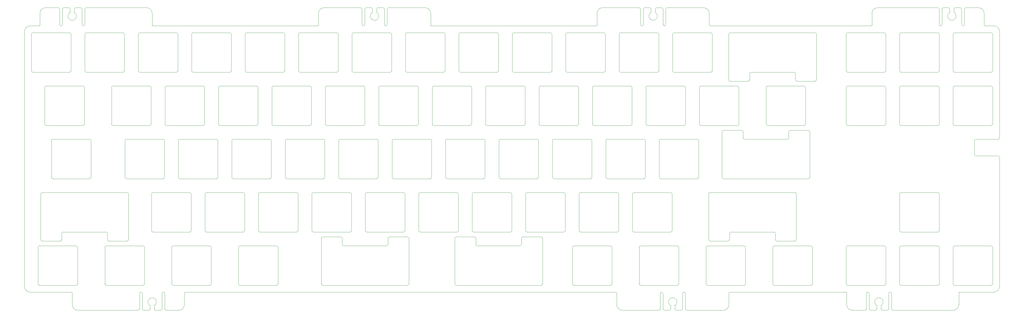
<source format=gbr>
%TF.GenerationSoftware,KiCad,Pcbnew,7.0.10*%
%TF.CreationDate,2024-04-23T22:37:38+02:00*%
%TF.ProjectId,plate,706c6174-652e-46b6-9963-61645f706362,rev?*%
%TF.SameCoordinates,Original*%
%TF.FileFunction,Profile,NP*%
%FSLAX46Y46*%
G04 Gerber Fmt 4.6, Leading zero omitted, Abs format (unit mm)*
G04 Created by KiCad (PCBNEW 7.0.10) date 2024-04-23 22:37:38*
%MOMM*%
%LPD*%
G01*
G04 APERTURE LIST*
%TA.AperFunction,Profile*%
%ADD10C,0.100000*%
%TD*%
G04 APERTURE END LIST*
D10*
X256612500Y-44000000D02*
X258362500Y-44000000D01*
X383112500Y-97500000D02*
G75*
G03*
X382612500Y-97000000I-500000J0D01*
G01*
X383112500Y-97500000D02*
X383112500Y-143700000D01*
X163800000Y-44500000D02*
G75*
G03*
X163300000Y-44000000I-500000J0D01*
G01*
X365362500Y-45700000D02*
G75*
G03*
X366862500Y-45700000I750000J-1300000D01*
G01*
X161050000Y-45700000D02*
X161050000Y-44500000D01*
X258862500Y-45700000D02*
G75*
G03*
X260362500Y-45700000I750000J-1300000D01*
G01*
X270612500Y-145700000D02*
X270612500Y-145700000D01*
X366612500Y-152200000D02*
X345112500Y-152200000D01*
X246612500Y-146000000D02*
G75*
G03*
X246312500Y-145700000I-300000J0D01*
G01*
X263612500Y-50500000D02*
G75*
G03*
X264112500Y-50000000I0J500000D01*
G01*
X279612500Y-50200000D02*
G75*
G03*
X279912500Y-50500000I300000J0D01*
G01*
X369612500Y-44500000D02*
G75*
G03*
X369112500Y-44000000I-500000J0D01*
G01*
X85500000Y-146200000D02*
G75*
G03*
X85000000Y-145700000I-500000J0D01*
G01*
X81750000Y-150500000D02*
X81750000Y-151700000D01*
X264112500Y-50000000D02*
X264112500Y-44500000D01*
X374112500Y-96500000D02*
X374112500Y-91500000D01*
X52500000Y-150200000D02*
G75*
G03*
X54500000Y-152200000I2000000J0D01*
G01*
X90500000Y-152200000D02*
G75*
G03*
X92500000Y-150200000I0J2000000D01*
G01*
X80250000Y-150500000D02*
X80250000Y-151700000D01*
X382612500Y-97000000D02*
X374612500Y-97000000D01*
X262612500Y-145700000D02*
G75*
G03*
X262112500Y-146200000I0J-500000D01*
G01*
X263112500Y-44500000D02*
G75*
G03*
X262612500Y-44000000I-500000J0D01*
G01*
X340862500Y-150500000D02*
X340862500Y-151700000D01*
X79750000Y-152200000D02*
X78000000Y-152200000D01*
X344612500Y-146200000D02*
X344612500Y-151700000D01*
X52200000Y-145700000D02*
X37500000Y-145700000D01*
X261612500Y-152200000D02*
G75*
G03*
X262112500Y-151700000I0J500000D01*
G01*
X368912500Y-145700000D02*
G75*
G03*
X368612500Y-146000000I0J-300000D01*
G01*
X365362500Y-44500000D02*
G75*
G03*
X364862500Y-44000000I-500000J0D01*
G01*
X340862500Y-150500000D02*
G75*
G03*
X339362500Y-150500000I-750000J1300000D01*
G01*
X180600000Y-50500000D02*
X239312500Y-50500000D01*
X338862500Y-152200000D02*
G75*
G03*
X339362500Y-151700000I0J500000D01*
G01*
X165300000Y-44000000D02*
X178300000Y-44000000D01*
X267362500Y-150500000D02*
G75*
G03*
X265862500Y-150500000I-750000J1300000D01*
G01*
X79750000Y-152200000D02*
G75*
G03*
X80250000Y-151700000I0J500000D01*
G01*
X48000000Y-44500000D02*
G75*
G03*
X47500000Y-44000000I-500000J0D01*
G01*
X264612500Y-44000000D02*
G75*
G03*
X264112500Y-44500000I0J-500000D01*
G01*
X85500000Y-151700000D02*
G75*
G03*
X86000000Y-152200000I500000J0D01*
G01*
X265362500Y-152200000D02*
G75*
G03*
X265862500Y-151700000I0J500000D01*
G01*
X370612500Y-50000000D02*
X370612500Y-44500000D01*
X57500000Y-44000000D02*
G75*
G03*
X57000000Y-44500000I0J-500000D01*
G01*
X370112500Y-50500000D02*
G75*
G03*
X370612500Y-50000000I0J500000D01*
G01*
X246612500Y-150200000D02*
G75*
G03*
X248612500Y-152200000I2000000J0D01*
G01*
X255112500Y-50000000D02*
G75*
G03*
X255612500Y-50500000I500000J0D01*
G01*
X159550000Y-45700000D02*
G75*
G03*
X161050000Y-45700000I750000J-1300000D01*
G01*
X340862500Y-151700000D02*
G75*
G03*
X341362500Y-152200000I500000J0D01*
G01*
X337612500Y-50200000D02*
X337612500Y-46000000D01*
X157300000Y-44000000D02*
X159050000Y-44000000D01*
X343612500Y-146200000D02*
X343612500Y-151700000D01*
X77000000Y-145700000D02*
G75*
G03*
X76500000Y-146200000I0J-500000D01*
G01*
X51750000Y-45700000D02*
G75*
G03*
X53250000Y-45700000I750000J-1300000D01*
G01*
X161550000Y-44000000D02*
X163300000Y-44000000D01*
X365362500Y-45700000D02*
X365362500Y-44500000D01*
X377612500Y-50200000D02*
G75*
G03*
X377912500Y-50500000I300000J0D01*
G01*
X164800000Y-50000000D02*
X164800000Y-44500000D01*
X56500000Y-50500000D02*
G75*
G03*
X57000000Y-50000000I0J500000D01*
G01*
X37500000Y-50500000D02*
G75*
G03*
X35500000Y-52500000I0J-2000000D01*
G01*
X344112500Y-145700000D02*
G75*
G03*
X343612500Y-146200000I0J-500000D01*
G01*
X383112500Y-52500000D02*
G75*
G03*
X381112500Y-50500000I-2000000J0D01*
G01*
X337312500Y-50500000D02*
G75*
G03*
X337612500Y-50200000I0J300000D01*
G01*
X338862500Y-152200000D02*
X337112500Y-152200000D01*
X336612500Y-146200000D02*
G75*
G03*
X336112500Y-145700000I-500000J0D01*
G01*
X258862500Y-44500000D02*
G75*
G03*
X258362500Y-44000000I-500000J0D01*
G01*
X343112500Y-152200000D02*
X341362500Y-152200000D01*
X260862500Y-44000000D02*
G75*
G03*
X260362500Y-44500000I0J-500000D01*
G01*
X164300000Y-50500000D02*
X164300000Y-50500000D01*
X239612500Y-50200000D02*
X239612500Y-46000000D01*
X40700000Y-50500000D02*
G75*
G03*
X41000000Y-50200000I0J300000D01*
G01*
X271112500Y-151700000D02*
G75*
G03*
X271612500Y-152200000I500000J0D01*
G01*
X157300000Y-44000000D02*
G75*
G03*
X156800000Y-44500000I0J-500000D01*
G01*
X377612500Y-46000000D02*
G75*
G03*
X375612500Y-44000000I-2000000J0D01*
G01*
X56000000Y-50000000D02*
G75*
G03*
X56500000Y-50500000I500000J0D01*
G01*
X51750000Y-45700000D02*
X51750000Y-44500000D01*
X271112500Y-146200000D02*
X271112500Y-151700000D01*
X263112500Y-50000000D02*
G75*
G03*
X263612500Y-50500000I500000J0D01*
G01*
X263112500Y-146200000D02*
G75*
G03*
X262612500Y-145700000I-500000J0D01*
G01*
X269612500Y-152200000D02*
G75*
G03*
X270112500Y-151700000I0J500000D01*
G01*
X363112500Y-44000000D02*
X364862500Y-44000000D01*
X279612500Y-46000000D02*
X279612500Y-50200000D01*
X76000000Y-152200000D02*
G75*
G03*
X76500000Y-151700000I0J500000D01*
G01*
X361612500Y-50000000D02*
G75*
G03*
X362112500Y-50500000I500000J0D01*
G01*
X367362500Y-44000000D02*
G75*
G03*
X366862500Y-44500000I0J-500000D01*
G01*
X265362500Y-152200000D02*
X263612500Y-152200000D01*
X344112500Y-145700000D02*
X344112500Y-145700000D01*
X367362500Y-44000000D02*
X369112500Y-44000000D01*
X81000000Y-50200000D02*
G75*
G03*
X81300000Y-50500000I300000J0D01*
G01*
X81750000Y-150500000D02*
G75*
G03*
X80250000Y-150500000I-750000J1300000D01*
G01*
X377912500Y-50500000D02*
X381112500Y-50500000D01*
X48000000Y-50000000D02*
G75*
G03*
X48500000Y-50500000I500000J0D01*
G01*
X84000000Y-152200000D02*
X82250000Y-152200000D01*
X369612500Y-50000000D02*
G75*
G03*
X370112500Y-50500000I500000J0D01*
G01*
X382612500Y-91000000D02*
G75*
G03*
X383112500Y-90500000I0J500000D01*
G01*
X286912500Y-145700000D02*
G75*
G03*
X286612500Y-146000000I0J-300000D01*
G01*
X335112500Y-152200000D02*
G75*
G03*
X335612500Y-151700000I0J500000D01*
G01*
X255112500Y-50000000D02*
X255112500Y-44500000D01*
X260862500Y-44000000D02*
X262612500Y-44000000D01*
X155800000Y-44500000D02*
G75*
G03*
X155300000Y-44000000I-500000J0D01*
G01*
X328312500Y-145700000D02*
X286912500Y-145700000D01*
X76000000Y-152200000D02*
X54500000Y-152200000D01*
X49500000Y-44000000D02*
G75*
G03*
X49000000Y-44500000I0J-500000D01*
G01*
X180300000Y-46000000D02*
X180300000Y-50200000D01*
X335112500Y-152200000D02*
X330612500Y-152200000D01*
X328612500Y-146000000D02*
G75*
G03*
X328312500Y-145700000I-300000J0D01*
G01*
X57000000Y-50000000D02*
X57000000Y-44500000D01*
X159550000Y-45700000D02*
X159550000Y-44500000D01*
X362112500Y-50500000D02*
G75*
G03*
X362612500Y-50000000I0J500000D01*
G01*
X246612500Y-150200000D02*
X246612500Y-146000000D01*
X81300000Y-50500000D02*
X140000000Y-50500000D01*
X261612500Y-152200000D02*
X248612500Y-152200000D01*
X156800000Y-50000000D02*
X156800000Y-44500000D01*
X361612500Y-44500000D02*
G75*
G03*
X361112500Y-44000000I-500000J0D01*
G01*
X76500000Y-146200000D02*
X76500000Y-151700000D01*
X51750000Y-44500000D02*
G75*
G03*
X51250000Y-44000000I-500000J0D01*
G01*
X142300000Y-44000000D02*
X155300000Y-44000000D01*
X246312500Y-145700000D02*
X92800000Y-145700000D01*
X377612500Y-46000000D02*
X377612500Y-50200000D01*
X81000000Y-46000000D02*
G75*
G03*
X79000000Y-44000000I-2000000J0D01*
G01*
X53750000Y-44000000D02*
X55500000Y-44000000D01*
X48000000Y-50000000D02*
X48000000Y-44500000D01*
X43000000Y-44000000D02*
G75*
G03*
X41000000Y-46000000I0J-2000000D01*
G01*
X370112500Y-50500000D02*
X370112500Y-50500000D01*
X92500000Y-146000000D02*
X92500000Y-150200000D01*
X339612500Y-44000000D02*
X361112500Y-44000000D01*
X286612500Y-146000000D02*
X286612500Y-150200000D01*
X239312500Y-50500000D02*
G75*
G03*
X239612500Y-50200000I0J300000D01*
G01*
X344612500Y-151700000D02*
G75*
G03*
X345112500Y-152200000I500000J0D01*
G01*
X81000000Y-46000000D02*
X81000000Y-50200000D01*
X81750000Y-151700000D02*
G75*
G03*
X82250000Y-152200000I500000J0D01*
G01*
X155800000Y-50000000D02*
X155800000Y-44500000D01*
X262112500Y-146200000D02*
X262112500Y-151700000D01*
X84500000Y-146200000D02*
X84500000Y-151700000D01*
X336612500Y-151700000D02*
G75*
G03*
X337112500Y-152200000I500000J0D01*
G01*
X255612500Y-50500000D02*
X255612500Y-50500000D01*
X366862500Y-45700000D02*
X366862500Y-44500000D01*
X381112500Y-145700000D02*
G75*
G03*
X383112500Y-143700000I0J2000000D01*
G01*
X264612500Y-44000000D02*
X277612500Y-44000000D01*
X371112500Y-44000000D02*
X375612500Y-44000000D01*
X279612500Y-46000000D02*
G75*
G03*
X277612500Y-44000000I-2000000J0D01*
G01*
X53250000Y-45700000D02*
X53250000Y-44500000D01*
X267362500Y-151700000D02*
G75*
G03*
X267862500Y-152200000I500000J0D01*
G01*
X336612500Y-146200000D02*
X336612500Y-151700000D01*
X41000000Y-50200000D02*
X41000000Y-46000000D01*
X52500000Y-146000000D02*
G75*
G03*
X52200000Y-145700000I-300000J0D01*
G01*
X57500000Y-44000000D02*
X79000000Y-44000000D01*
X263612500Y-50500000D02*
X263612500Y-50500000D01*
X255112500Y-44500000D02*
G75*
G03*
X254612500Y-44000000I-500000J0D01*
G01*
X284612500Y-152200000D02*
X271612500Y-152200000D01*
X48500000Y-50500000D02*
G75*
G03*
X49000000Y-50000000I0J500000D01*
G01*
X284612500Y-152200000D02*
G75*
G03*
X286612500Y-150200000I0J2000000D01*
G01*
X156300000Y-50500000D02*
G75*
G03*
X156800000Y-50000000I0J500000D01*
G01*
X43000000Y-44000000D02*
X47500000Y-44000000D01*
X260362500Y-45700000D02*
X260362500Y-44500000D01*
X159550000Y-44500000D02*
G75*
G03*
X159050000Y-44000000I-500000J0D01*
G01*
X336112500Y-145700000D02*
X336112500Y-145700000D01*
X362612500Y-50000000D02*
X362612500Y-44500000D01*
X92800000Y-145700000D02*
G75*
G03*
X92500000Y-146000000I0J-300000D01*
G01*
X52500000Y-150200000D02*
X52500000Y-146000000D01*
X77000000Y-145700000D02*
X77000000Y-145700000D01*
X37500000Y-50500000D02*
X40700000Y-50500000D01*
X140300000Y-50200000D02*
X140300000Y-46000000D01*
X374612500Y-91000000D02*
X382612500Y-91000000D01*
X140000000Y-50500000D02*
G75*
G03*
X140300000Y-50200000I0J300000D01*
G01*
X270612500Y-145700000D02*
G75*
G03*
X270112500Y-146200000I0J-500000D01*
G01*
X85000000Y-145700000D02*
X85000000Y-145700000D01*
X142300000Y-44000000D02*
G75*
G03*
X140300000Y-46000000I0J-2000000D01*
G01*
X279912500Y-50500000D02*
X337312500Y-50500000D01*
X343112500Y-152200000D02*
G75*
G03*
X343612500Y-151700000I0J500000D01*
G01*
X53750000Y-44000000D02*
G75*
G03*
X53250000Y-44500000I0J-500000D01*
G01*
X255612500Y-50500000D02*
G75*
G03*
X256112500Y-50000000I0J500000D01*
G01*
X163800000Y-50000000D02*
X163800000Y-44500000D01*
X48500000Y-50500000D02*
X48500000Y-50500000D01*
X84000000Y-152200000D02*
G75*
G03*
X84500000Y-151700000I0J500000D01*
G01*
X368612500Y-146000000D02*
X368612500Y-150200000D01*
X49500000Y-44000000D02*
X51250000Y-44000000D01*
X241612500Y-44000000D02*
G75*
G03*
X239612500Y-46000000I0J-2000000D01*
G01*
X328612500Y-146000000D02*
X328612500Y-150200000D01*
X335612500Y-146200000D02*
X335612500Y-151700000D01*
X241612500Y-44000000D02*
X254612500Y-44000000D01*
X77500000Y-146200000D02*
G75*
G03*
X77000000Y-145700000I-500000J0D01*
G01*
X270112500Y-146200000D02*
X270112500Y-151700000D01*
X336112500Y-145700000D02*
G75*
G03*
X335612500Y-146200000I0J-500000D01*
G01*
X374112500Y-96500000D02*
G75*
G03*
X374612500Y-97000000I500000J0D01*
G01*
X85000000Y-145700000D02*
G75*
G03*
X84500000Y-146200000I0J-500000D01*
G01*
X56000000Y-44500000D02*
G75*
G03*
X55500000Y-44000000I-500000J0D01*
G01*
X35500000Y-143700000D02*
X35500000Y-52500000D01*
X263112500Y-146200000D02*
X263112500Y-151700000D01*
X263112500Y-151700000D02*
G75*
G03*
X263612500Y-152200000I500000J0D01*
G01*
X328612500Y-150200000D02*
G75*
G03*
X330612500Y-152200000I2000000J0D01*
G01*
X155800000Y-50000000D02*
G75*
G03*
X156300000Y-50500000I500000J0D01*
G01*
X77500000Y-146200000D02*
X77500000Y-151700000D01*
X165300000Y-44000000D02*
G75*
G03*
X164800000Y-44500000I0J-500000D01*
G01*
X371112500Y-44000000D02*
G75*
G03*
X370612500Y-44500000I0J-500000D01*
G01*
X366612500Y-152200000D02*
G75*
G03*
X368612500Y-150200000I0J2000000D01*
G01*
X381112500Y-145700000D02*
X368912500Y-145700000D01*
X383112500Y-52500000D02*
X383112500Y-90500000D01*
X267362500Y-150500000D02*
X267362500Y-151700000D01*
X35500000Y-143700000D02*
G75*
G03*
X37500000Y-145700000I2000000J0D01*
G01*
X163800000Y-50000000D02*
G75*
G03*
X164300000Y-50500000I500000J0D01*
G01*
X361612500Y-50000000D02*
X361612500Y-44500000D01*
X263112500Y-50000000D02*
X263112500Y-44500000D01*
X269612500Y-152200000D02*
X267862500Y-152200000D01*
X369612500Y-50000000D02*
X369612500Y-44500000D01*
X258862500Y-45700000D02*
X258862500Y-44500000D01*
X362112500Y-50500000D02*
X362112500Y-50500000D01*
X156300000Y-50500000D02*
X156300000Y-50500000D01*
X344612500Y-146200000D02*
G75*
G03*
X344112500Y-145700000I-500000J0D01*
G01*
X363112500Y-44000000D02*
G75*
G03*
X362612500Y-44500000I0J-500000D01*
G01*
X49000000Y-50000000D02*
X49000000Y-44500000D01*
X374612500Y-91000000D02*
G75*
G03*
X374112500Y-91500000I0J-500000D01*
G01*
X265862500Y-150500000D02*
X265862500Y-151700000D01*
X256112500Y-50000000D02*
X256112500Y-44500000D01*
X262612500Y-145700000D02*
X262612500Y-145700000D01*
X56500000Y-50500000D02*
X56500000Y-50500000D01*
X180300000Y-46000000D02*
G75*
G03*
X178300000Y-44000000I-2000000J0D01*
G01*
X180300000Y-50200000D02*
G75*
G03*
X180600000Y-50500000I300000J0D01*
G01*
X256612500Y-44000000D02*
G75*
G03*
X256112500Y-44500000I0J-500000D01*
G01*
X164300000Y-50500000D02*
G75*
G03*
X164800000Y-50000000I0J500000D01*
G01*
X56000000Y-50000000D02*
X56000000Y-44500000D01*
X90500000Y-152200000D02*
X86000000Y-152200000D01*
X339362500Y-150500000D02*
X339362500Y-151700000D01*
X271112500Y-146200000D02*
G75*
G03*
X270612500Y-145700000I-500000J0D01*
G01*
X77500000Y-151700000D02*
G75*
G03*
X78000000Y-152200000I500000J0D01*
G01*
X85500000Y-146200000D02*
X85500000Y-151700000D01*
X161550000Y-44000000D02*
G75*
G03*
X161050000Y-44500000I0J-500000D01*
G01*
X339612500Y-44000000D02*
G75*
G03*
X337612500Y-46000000I0J-2000000D01*
G01*
%TO.C,MX63*%
X87956250Y-142750000D02*
X87956250Y-129650000D01*
X88456250Y-129150000D02*
X101556250Y-129150000D01*
X101556250Y-143250000D02*
X88456250Y-143250000D01*
X102056250Y-129650000D02*
X102056250Y-142750000D01*
X88456250Y-129150000D02*
G75*
G03*
X87956250Y-129650000I1J-500001D01*
G01*
X87956250Y-142750000D02*
G75*
G03*
X88456250Y-143250000I500001J1D01*
G01*
X102056250Y-129650000D02*
G75*
G03*
X101556250Y-129150000I-500000J0D01*
G01*
X101556250Y-143250000D02*
G75*
G03*
X102056250Y-142750000I0J500000D01*
G01*
%TO.C,MX45*%
X242737500Y-104650000D02*
X242737500Y-91550000D01*
X243237500Y-91050000D02*
X256337500Y-91050000D01*
X256337500Y-105150000D02*
X243237500Y-105150000D01*
X256837500Y-91550000D02*
X256837500Y-104650000D01*
X243237500Y-91050000D02*
G75*
G03*
X242737500Y-91550000I1J-500001D01*
G01*
X242737500Y-104650000D02*
G75*
G03*
X243237500Y-105150000I500001J1D01*
G01*
X256837500Y-91550000D02*
G75*
G03*
X256337500Y-91050000I-500000J0D01*
G01*
X256337500Y-105150000D02*
G75*
G03*
X256837500Y-104650000I0J500000D01*
G01*
%TO.C,MX27*%
X218925000Y-85600000D02*
X218925000Y-72500000D01*
X219425000Y-72000000D02*
X232525000Y-72000000D01*
X232525000Y-86100000D02*
X219425000Y-86100000D01*
X233025000Y-72500000D02*
X233025000Y-85600000D01*
X219425000Y-72000000D02*
G75*
G03*
X218925000Y-72500000I1J-500001D01*
G01*
X218925000Y-85600000D02*
G75*
G03*
X219425000Y-86100000I500001J1D01*
G01*
X233025000Y-72500000D02*
G75*
G03*
X232525000Y-72000000I-500000J0D01*
G01*
X232525000Y-86100000D02*
G75*
G03*
X233025000Y-85600000I0J500000D01*
G01*
%TO.C,MX35*%
X45093750Y-104650000D02*
X45093750Y-91550000D01*
X45593750Y-91050000D02*
X58693750Y-91050000D01*
X58693750Y-105150000D02*
X45593750Y-105150000D01*
X59193750Y-91550000D02*
X59193750Y-104650000D01*
X45593750Y-91050000D02*
G75*
G03*
X45093750Y-91550000I1J-500001D01*
G01*
X45093750Y-104650000D02*
G75*
G03*
X45593750Y-105150000I500001J1D01*
G01*
X59193750Y-91550000D02*
G75*
G03*
X58693750Y-91050000I-500000J0D01*
G01*
X58693750Y-105150000D02*
G75*
G03*
X59193750Y-104650000I0J500000D01*
G01*
%TO.C,MX13*%
X266550000Y-66550000D02*
X266550000Y-53450000D01*
X267050000Y-52950000D02*
X280150000Y-52950000D01*
X280150000Y-67050000D02*
X267050000Y-67050000D01*
X280650000Y-53450000D02*
X280650000Y-66550000D01*
X267050000Y-52950000D02*
G75*
G03*
X266550000Y-53450000I1J-500001D01*
G01*
X266550000Y-66550000D02*
G75*
G03*
X267050000Y-67050000I500001J1D01*
G01*
X280650000Y-53450000D02*
G75*
G03*
X280150000Y-52950000I-500000J0D01*
G01*
X280150000Y-67050000D02*
G75*
G03*
X280650000Y-66550000I0J500000D01*
G01*
%TO.C,MX48*%
X41256250Y-126900000D02*
X41256250Y-110600000D01*
X41756250Y-110100000D02*
X72056250Y-110100000D01*
X48256250Y-127400000D02*
X41756250Y-127400000D01*
X48756250Y-124700000D02*
X48756250Y-126900000D01*
X64556250Y-124200000D02*
X49256250Y-124200000D01*
X65056250Y-124700000D02*
X65056250Y-126900000D01*
X65556250Y-127400000D02*
X72056250Y-127400000D01*
X72556250Y-126900000D02*
X72556250Y-110600000D01*
X41756250Y-110100000D02*
G75*
G03*
X41256250Y-110600000I1J-500001D01*
G01*
X41256250Y-126900000D02*
G75*
G03*
X41756250Y-127400000I500001J1D01*
G01*
X49256250Y-124200000D02*
G75*
G03*
X48756250Y-124700000I1J-500001D01*
G01*
X48256250Y-127400000D02*
G75*
G03*
X48756250Y-126900000I-1J500001D01*
G01*
X65056250Y-124700000D02*
G75*
G03*
X64556250Y-124200000I-500000J0D01*
G01*
X65056250Y-126900000D02*
G75*
G03*
X65556250Y-127400000I500100J100D01*
G01*
X72556250Y-110600000D02*
G75*
G03*
X72056250Y-110100000I-500000J0D01*
G01*
X72056250Y-127400000D02*
G75*
G03*
X72556250Y-126900000I0J500000D01*
G01*
%TO.C,MX31*%
X299887500Y-85600000D02*
X299887500Y-72500000D01*
X300387500Y-72000000D02*
X313487500Y-72000000D01*
X313487500Y-86100000D02*
X300387500Y-86100000D01*
X313987500Y-72500000D02*
X313987500Y-85600000D01*
X300387500Y-72000000D02*
G75*
G03*
X299887500Y-72500000I1J-500001D01*
G01*
X299887500Y-85600000D02*
G75*
G03*
X300387500Y-86100000I500001J1D01*
G01*
X313987500Y-72500000D02*
G75*
G03*
X313487500Y-72000000I-500000J0D01*
G01*
X313487500Y-86100000D02*
G75*
G03*
X313987500Y-85600000I0J500000D01*
G01*
%TO.C,MX36*%
X71287500Y-104650000D02*
X71287500Y-91550000D01*
X71787500Y-91050000D02*
X84887500Y-91050000D01*
X84887500Y-105150000D02*
X71787500Y-105150000D01*
X85387500Y-91550000D02*
X85387500Y-104650000D01*
X71787500Y-91050000D02*
G75*
G03*
X71287500Y-91550000I1J-500001D01*
G01*
X71287500Y-104650000D02*
G75*
G03*
X71787500Y-105150000I500001J1D01*
G01*
X85387500Y-91550000D02*
G75*
G03*
X84887500Y-91050000I-500000J0D01*
G01*
X84887500Y-105150000D02*
G75*
G03*
X85387500Y-104650000I0J500000D01*
G01*
%TO.C,MX4*%
X95100000Y-66550000D02*
X95100000Y-53450000D01*
X95600000Y-52950000D02*
X108700000Y-52950000D01*
X108700000Y-67050000D02*
X95600000Y-67050000D01*
X109200000Y-53450000D02*
X109200000Y-66550000D01*
X95600000Y-52950000D02*
G75*
G03*
X95100000Y-53450000I1J-500001D01*
G01*
X95100000Y-66550000D02*
G75*
G03*
X95600000Y-67050000I500001J1D01*
G01*
X109200000Y-53450000D02*
G75*
G03*
X108700000Y-52950000I-500000J0D01*
G01*
X108700000Y-67050000D02*
G75*
G03*
X109200000Y-66550000I0J500000D01*
G01*
%TO.C,MX56*%
X214162500Y-123700000D02*
X214162500Y-110600000D01*
X214662500Y-110100000D02*
X227762500Y-110100000D01*
X227762500Y-124200000D02*
X214662500Y-124200000D01*
X228262500Y-110600000D02*
X228262500Y-123700000D01*
X214662500Y-110100000D02*
G75*
G03*
X214162500Y-110600000I1J-500001D01*
G01*
X214162500Y-123700000D02*
G75*
G03*
X214662500Y-124200000I500001J1D01*
G01*
X228262500Y-110600000D02*
G75*
G03*
X227762500Y-110100000I-500000J0D01*
G01*
X227762500Y-124200000D02*
G75*
G03*
X228262500Y-123700000I0J500000D01*
G01*
%TO.C,MX70*%
X302268750Y-142750000D02*
X302268750Y-129650000D01*
X302768750Y-129150000D02*
X315868750Y-129150000D01*
X315868750Y-143250000D02*
X302768750Y-143250000D01*
X316368750Y-129650000D02*
X316368750Y-142750000D01*
X302768750Y-129150000D02*
G75*
G03*
X302268750Y-129650000I1J-500001D01*
G01*
X302268750Y-142750000D02*
G75*
G03*
X302768750Y-143250000I500001J1D01*
G01*
X316368750Y-129650000D02*
G75*
G03*
X315868750Y-129150000I-500000J0D01*
G01*
X315868750Y-143250000D02*
G75*
G03*
X316368750Y-142750000I0J500000D01*
G01*
%TO.C,MX72*%
X347512500Y-142750000D02*
X347512500Y-129650000D01*
X348012500Y-129150000D02*
X361112500Y-129150000D01*
X361112500Y-143250000D02*
X348012500Y-143250000D01*
X361612500Y-129650000D02*
X361612500Y-142750000D01*
X348012500Y-129150000D02*
G75*
G03*
X347512500Y-129650000I1J-500001D01*
G01*
X347512500Y-142750000D02*
G75*
G03*
X348012500Y-143250000I500001J1D01*
G01*
X361612500Y-129650000D02*
G75*
G03*
X361112500Y-129150000I-500000J0D01*
G01*
X361112500Y-143250000D02*
G75*
G03*
X361612500Y-142750000I0J500000D01*
G01*
%TO.C,MX66*%
X220193750Y-126450000D02*
X220193750Y-142750000D01*
X219693750Y-143250000D02*
X189393750Y-143250000D01*
X213193750Y-125950000D02*
X219693750Y-125950000D01*
X212693750Y-128650000D02*
X212693750Y-126450000D01*
X196893750Y-129150000D02*
X212193750Y-129150000D01*
X196393750Y-128650000D02*
X196393750Y-126450000D01*
X195893750Y-125950000D02*
X189393750Y-125950000D01*
X188893750Y-126450000D02*
X188893750Y-142750000D01*
X219693750Y-143250000D02*
G75*
G03*
X220193750Y-142750000I-1J500001D01*
G01*
X220193750Y-126450000D02*
G75*
G03*
X219693750Y-125950000I-500001J-1D01*
G01*
X212193750Y-129150000D02*
G75*
G03*
X212693750Y-128650000I-1J500001D01*
G01*
X213193750Y-125950000D02*
G75*
G03*
X212693750Y-126450000I1J-500001D01*
G01*
X196393750Y-128650000D02*
G75*
G03*
X196893750Y-129150000I500000J0D01*
G01*
X196393750Y-126450000D02*
G75*
G03*
X195893750Y-125950000I-500100J-100D01*
G01*
X188893750Y-142750000D02*
G75*
G03*
X189393750Y-143250000I500000J0D01*
G01*
X189393750Y-125950000D02*
G75*
G03*
X188893750Y-126450000I0J-500000D01*
G01*
%TO.C,MX46*%
X261787500Y-104650000D02*
X261787500Y-91550000D01*
X262287500Y-91050000D02*
X275387500Y-91050000D01*
X275387500Y-105150000D02*
X262287500Y-105150000D01*
X275887500Y-91550000D02*
X275887500Y-104650000D01*
X262287500Y-91050000D02*
G75*
G03*
X261787500Y-91550000I1J-500001D01*
G01*
X261787500Y-104650000D02*
G75*
G03*
X262287500Y-105150000I500001J1D01*
G01*
X275887500Y-91550000D02*
G75*
G03*
X275387500Y-91050000I-500000J0D01*
G01*
X275387500Y-105150000D02*
G75*
G03*
X275887500Y-104650000I0J500000D01*
G01*
%TO.C,MX49*%
X80812500Y-123700000D02*
X80812500Y-110600000D01*
X81312500Y-110100000D02*
X94412500Y-110100000D01*
X94412500Y-124200000D02*
X81312500Y-124200000D01*
X94912500Y-110600000D02*
X94912500Y-123700000D01*
X81312500Y-110100000D02*
G75*
G03*
X80812500Y-110600000I1J-500001D01*
G01*
X80812500Y-123700000D02*
G75*
G03*
X81312500Y-124200000I500001J1D01*
G01*
X94912500Y-110600000D02*
G75*
G03*
X94412500Y-110100000I-500000J0D01*
G01*
X94412500Y-124200000D02*
G75*
G03*
X94912500Y-123700000I0J500000D01*
G01*
%TO.C,MX3*%
X76050000Y-66550000D02*
X76050000Y-53450000D01*
X76550000Y-52950000D02*
X89650000Y-52950000D01*
X89650000Y-67050000D02*
X76550000Y-67050000D01*
X90150000Y-53450000D02*
X90150000Y-66550000D01*
X76550000Y-52950000D02*
G75*
G03*
X76050000Y-53450000I1J-500001D01*
G01*
X76050000Y-66550000D02*
G75*
G03*
X76550000Y-67050000I500001J1D01*
G01*
X90150000Y-53450000D02*
G75*
G03*
X89650000Y-52950000I-500000J0D01*
G01*
X89650000Y-67050000D02*
G75*
G03*
X90150000Y-66550000I0J500000D01*
G01*
%TO.C,MX54*%
X176062500Y-123700000D02*
X176062500Y-110600000D01*
X176562500Y-110100000D02*
X189662500Y-110100000D01*
X189662500Y-124200000D02*
X176562500Y-124200000D01*
X190162500Y-110600000D02*
X190162500Y-123700000D01*
X176562500Y-110100000D02*
G75*
G03*
X176062500Y-110600000I1J-500001D01*
G01*
X176062500Y-123700000D02*
G75*
G03*
X176562500Y-124200000I500001J1D01*
G01*
X190162500Y-110600000D02*
G75*
G03*
X189662500Y-110100000I-500000J0D01*
G01*
X189662500Y-124200000D02*
G75*
G03*
X190162500Y-123700000I0J500000D01*
G01*
%TO.C,MX38*%
X109387500Y-104650000D02*
X109387500Y-91550000D01*
X109887500Y-91050000D02*
X122987500Y-91050000D01*
X122987500Y-105150000D02*
X109887500Y-105150000D01*
X123487500Y-91550000D02*
X123487500Y-104650000D01*
X109887500Y-91050000D02*
G75*
G03*
X109387500Y-91550000I1J-500001D01*
G01*
X109387500Y-104650000D02*
G75*
G03*
X109887500Y-105150000I500001J1D01*
G01*
X123487500Y-91550000D02*
G75*
G03*
X122987500Y-91050000I-500000J0D01*
G01*
X122987500Y-105150000D02*
G75*
G03*
X123487500Y-104650000I0J500000D01*
G01*
%TO.C,MX25*%
X180825000Y-85600000D02*
X180825000Y-72500000D01*
X181325000Y-72000000D02*
X194425000Y-72000000D01*
X194425000Y-86100000D02*
X181325000Y-86100000D01*
X194925000Y-72500000D02*
X194925000Y-85600000D01*
X181325000Y-72000000D02*
G75*
G03*
X180825000Y-72500000I1J-500001D01*
G01*
X180825000Y-85600000D02*
G75*
G03*
X181325000Y-86100000I500001J1D01*
G01*
X194925000Y-72500000D02*
G75*
G03*
X194425000Y-72000000I-500000J0D01*
G01*
X194425000Y-86100000D02*
G75*
G03*
X194925000Y-85600000I0J500000D01*
G01*
%TO.C,MX26*%
X199875000Y-85600000D02*
X199875000Y-72500000D01*
X200375000Y-72000000D02*
X213475000Y-72000000D01*
X213475000Y-86100000D02*
X200375000Y-86100000D01*
X213975000Y-72500000D02*
X213975000Y-85600000D01*
X200375000Y-72000000D02*
G75*
G03*
X199875000Y-72500000I1J-500001D01*
G01*
X199875000Y-85600000D02*
G75*
G03*
X200375000Y-86100000I500001J1D01*
G01*
X213975000Y-72500000D02*
G75*
G03*
X213475000Y-72000000I-500000J0D01*
G01*
X213475000Y-86100000D02*
G75*
G03*
X213975000Y-85600000I0J500000D01*
G01*
%TO.C,MX71*%
X328462500Y-142750000D02*
X328462500Y-129650000D01*
X328962500Y-129150000D02*
X342062500Y-129150000D01*
X342062500Y-143250000D02*
X328962500Y-143250000D01*
X342562500Y-129650000D02*
X342562500Y-142750000D01*
X328962500Y-129150000D02*
G75*
G03*
X328462500Y-129650000I1J-500001D01*
G01*
X328462500Y-142750000D02*
G75*
G03*
X328962500Y-143250000I500001J1D01*
G01*
X342562500Y-129650000D02*
G75*
G03*
X342062500Y-129150000I-500000J0D01*
G01*
X342062500Y-143250000D02*
G75*
G03*
X342562500Y-142750000I0J500000D01*
G01*
%TO.C,MX67*%
X230831250Y-142750000D02*
X230831250Y-129650000D01*
X231331250Y-129150000D02*
X244431250Y-129150000D01*
X244431250Y-143250000D02*
X231331250Y-143250000D01*
X244931250Y-129650000D02*
X244931250Y-142750000D01*
X231331250Y-129150000D02*
G75*
G03*
X230831250Y-129650000I1J-500001D01*
G01*
X230831250Y-142750000D02*
G75*
G03*
X231331250Y-143250000I500001J1D01*
G01*
X244931250Y-129650000D02*
G75*
G03*
X244431250Y-129150000I-500000J0D01*
G01*
X244431250Y-143250000D02*
G75*
G03*
X244931250Y-142750000I0J500000D01*
G01*
%TO.C,MX58*%
X252262500Y-123700000D02*
X252262500Y-110600000D01*
X252762500Y-110100000D02*
X265862500Y-110100000D01*
X265862500Y-124200000D02*
X252762500Y-124200000D01*
X266362500Y-110600000D02*
X266362500Y-123700000D01*
X252762500Y-110100000D02*
G75*
G03*
X252262500Y-110600000I1J-500001D01*
G01*
X252262500Y-123700000D02*
G75*
G03*
X252762500Y-124200000I500001J1D01*
G01*
X266362500Y-110600000D02*
G75*
G03*
X265862500Y-110100000I-500000J0D01*
G01*
X265862500Y-124200000D02*
G75*
G03*
X266362500Y-123700000I0J500000D01*
G01*
%TO.C,MX47*%
X315443750Y-88350000D02*
X315443750Y-104650000D01*
X314943750Y-105150000D02*
X284643750Y-105150000D01*
X308443750Y-87850000D02*
X314943750Y-87850000D01*
X307943750Y-90550000D02*
X307943750Y-88350000D01*
X292143750Y-91050000D02*
X307443750Y-91050000D01*
X291643750Y-90550000D02*
X291643750Y-88350000D01*
X291143750Y-87850000D02*
X284643750Y-87850000D01*
X284143750Y-88350000D02*
X284143750Y-104650000D01*
X314943750Y-105150000D02*
G75*
G03*
X315443750Y-104650000I-1J500001D01*
G01*
X315443750Y-88350000D02*
G75*
G03*
X314943750Y-87850000I-500001J-1D01*
G01*
X307443750Y-91050000D02*
G75*
G03*
X307943750Y-90550000I-1J500001D01*
G01*
X308443750Y-87850000D02*
G75*
G03*
X307943750Y-88350000I1J-500001D01*
G01*
X291643750Y-90550000D02*
G75*
G03*
X292143750Y-91050000I500000J0D01*
G01*
X291643750Y-88350000D02*
G75*
G03*
X291143750Y-87850000I-500100J-100D01*
G01*
X284143750Y-104650000D02*
G75*
G03*
X284643750Y-105150000I500000J0D01*
G01*
X284643750Y-87850000D02*
G75*
G03*
X284143750Y-88350000I0J-500000D01*
G01*
%TO.C,MX44*%
X223687500Y-104650000D02*
X223687500Y-91550000D01*
X224187500Y-91050000D02*
X237287500Y-91050000D01*
X237287500Y-105150000D02*
X224187500Y-105150000D01*
X237787500Y-91550000D02*
X237787500Y-104650000D01*
X224187500Y-91050000D02*
G75*
G03*
X223687500Y-91550000I1J-500001D01*
G01*
X223687500Y-104650000D02*
G75*
G03*
X224187500Y-105150000I500001J1D01*
G01*
X237787500Y-91550000D02*
G75*
G03*
X237287500Y-91050000I-500000J0D01*
G01*
X237287500Y-105150000D02*
G75*
G03*
X237787500Y-104650000I0J500000D01*
G01*
%TO.C,MX29*%
X257025000Y-85600000D02*
X257025000Y-72500000D01*
X257525000Y-72000000D02*
X270625000Y-72000000D01*
X270625000Y-86100000D02*
X257525000Y-86100000D01*
X271125000Y-72500000D02*
X271125000Y-85600000D01*
X257525000Y-72000000D02*
G75*
G03*
X257025000Y-72500000I1J-500001D01*
G01*
X257025000Y-85600000D02*
G75*
G03*
X257525000Y-86100000I500001J1D01*
G01*
X271125000Y-72500000D02*
G75*
G03*
X270625000Y-72000000I-500000J0D01*
G01*
X270625000Y-86100000D02*
G75*
G03*
X271125000Y-85600000I0J500000D01*
G01*
%TO.C,MX15*%
X328462500Y-66550000D02*
X328462500Y-53450000D01*
X328962500Y-52950000D02*
X342062500Y-52950000D01*
X342062500Y-67050000D02*
X328962500Y-67050000D01*
X342562500Y-53450000D02*
X342562500Y-66550000D01*
X328962500Y-52950000D02*
G75*
G03*
X328462500Y-53450000I1J-500001D01*
G01*
X328462500Y-66550000D02*
G75*
G03*
X328962500Y-67050000I500001J1D01*
G01*
X342562500Y-53450000D02*
G75*
G03*
X342062500Y-52950000I-500000J0D01*
G01*
X342062500Y-67050000D02*
G75*
G03*
X342562500Y-66550000I0J500000D01*
G01*
%TO.C,MX40*%
X147487500Y-104650000D02*
X147487500Y-91550000D01*
X147987500Y-91050000D02*
X161087500Y-91050000D01*
X161087500Y-105150000D02*
X147987500Y-105150000D01*
X161587500Y-91550000D02*
X161587500Y-104650000D01*
X147987500Y-91050000D02*
G75*
G03*
X147487500Y-91550000I1J-500001D01*
G01*
X147487500Y-104650000D02*
G75*
G03*
X147987500Y-105150000I500001J1D01*
G01*
X161587500Y-91550000D02*
G75*
G03*
X161087500Y-91050000I-500000J0D01*
G01*
X161087500Y-105150000D02*
G75*
G03*
X161587500Y-104650000I0J500000D01*
G01*
%TO.C,MX18*%
X42712500Y-85600000D02*
X42712500Y-72500000D01*
X43212500Y-72000000D02*
X56312500Y-72000000D01*
X56312500Y-86100000D02*
X43212500Y-86100000D01*
X56812500Y-72500000D02*
X56812500Y-85600000D01*
X43212500Y-72000000D02*
G75*
G03*
X42712500Y-72500000I1J-500001D01*
G01*
X42712500Y-85600000D02*
G75*
G03*
X43212500Y-86100000I500001J1D01*
G01*
X56812500Y-72500000D02*
G75*
G03*
X56312500Y-72000000I-500000J0D01*
G01*
X56312500Y-86100000D02*
G75*
G03*
X56812500Y-85600000I0J500000D01*
G01*
%TO.C,MX55*%
X195112500Y-123700000D02*
X195112500Y-110600000D01*
X195612500Y-110100000D02*
X208712500Y-110100000D01*
X208712500Y-124200000D02*
X195612500Y-124200000D01*
X209212500Y-110600000D02*
X209212500Y-123700000D01*
X195612500Y-110100000D02*
G75*
G03*
X195112500Y-110600000I1J-500001D01*
G01*
X195112500Y-123700000D02*
G75*
G03*
X195612500Y-124200000I500001J1D01*
G01*
X209212500Y-110600000D02*
G75*
G03*
X208712500Y-110100000I-500000J0D01*
G01*
X208712500Y-124200000D02*
G75*
G03*
X209212500Y-123700000I0J500000D01*
G01*
%TO.C,MX69*%
X278456250Y-142750000D02*
X278456250Y-129650000D01*
X278956250Y-129150000D02*
X292056250Y-129150000D01*
X292056250Y-143250000D02*
X278956250Y-143250000D01*
X292556250Y-129650000D02*
X292556250Y-142750000D01*
X278956250Y-129150000D02*
G75*
G03*
X278456250Y-129650000I1J-500001D01*
G01*
X278456250Y-142750000D02*
G75*
G03*
X278956250Y-143250000I500001J1D01*
G01*
X292556250Y-129650000D02*
G75*
G03*
X292056250Y-129150000I-500000J0D01*
G01*
X292056250Y-143250000D02*
G75*
G03*
X292556250Y-142750000I0J500000D01*
G01*
%TO.C,MX52*%
X137962500Y-123700000D02*
X137962500Y-110600000D01*
X138462500Y-110100000D02*
X151562500Y-110100000D01*
X151562500Y-124200000D02*
X138462500Y-124200000D01*
X152062500Y-110600000D02*
X152062500Y-123700000D01*
X138462500Y-110100000D02*
G75*
G03*
X137962500Y-110600000I1J-500001D01*
G01*
X137962500Y-123700000D02*
G75*
G03*
X138462500Y-124200000I500001J1D01*
G01*
X152062500Y-110600000D02*
G75*
G03*
X151562500Y-110100000I-500000J0D01*
G01*
X151562500Y-124200000D02*
G75*
G03*
X152062500Y-123700000I0J500000D01*
G01*
%TO.C,MX43*%
X204637500Y-104650000D02*
X204637500Y-91550000D01*
X205137500Y-91050000D02*
X218237500Y-91050000D01*
X218237500Y-105150000D02*
X205137500Y-105150000D01*
X218737500Y-91550000D02*
X218737500Y-104650000D01*
X205137500Y-91050000D02*
G75*
G03*
X204637500Y-91550000I1J-500001D01*
G01*
X204637500Y-104650000D02*
G75*
G03*
X205137500Y-105150000I500001J1D01*
G01*
X218737500Y-91550000D02*
G75*
G03*
X218237500Y-91050000I-500000J0D01*
G01*
X218237500Y-105150000D02*
G75*
G03*
X218737500Y-104650000I0J500000D01*
G01*
%TO.C,MX33*%
X347512500Y-85600000D02*
X347512500Y-72500000D01*
X348012500Y-72000000D02*
X361112500Y-72000000D01*
X361112500Y-86100000D02*
X348012500Y-86100000D01*
X361612500Y-72500000D02*
X361612500Y-85600000D01*
X348012500Y-72000000D02*
G75*
G03*
X347512500Y-72500000I1J-500001D01*
G01*
X347512500Y-85600000D02*
G75*
G03*
X348012500Y-86100000I500001J1D01*
G01*
X361612500Y-72500000D02*
G75*
G03*
X361112500Y-72000000I-500000J0D01*
G01*
X361112500Y-86100000D02*
G75*
G03*
X361612500Y-85600000I0J500000D01*
G01*
%TO.C,MX7*%
X152250000Y-66550000D02*
X152250000Y-53450000D01*
X152750000Y-52950000D02*
X165850000Y-52950000D01*
X165850000Y-67050000D02*
X152750000Y-67050000D01*
X166350000Y-53450000D02*
X166350000Y-66550000D01*
X152750000Y-52950000D02*
G75*
G03*
X152250000Y-53450000I1J-500001D01*
G01*
X152250000Y-66550000D02*
G75*
G03*
X152750000Y-67050000I500001J1D01*
G01*
X166350000Y-53450000D02*
G75*
G03*
X165850000Y-52950000I-500000J0D01*
G01*
X165850000Y-67050000D02*
G75*
G03*
X166350000Y-66550000I0J500000D01*
G01*
%TO.C,MX23*%
X142725000Y-85600000D02*
X142725000Y-72500000D01*
X143225000Y-72000000D02*
X156325000Y-72000000D01*
X156325000Y-86100000D02*
X143225000Y-86100000D01*
X156825000Y-72500000D02*
X156825000Y-85600000D01*
X143225000Y-72000000D02*
G75*
G03*
X142725000Y-72500000I1J-500001D01*
G01*
X142725000Y-85600000D02*
G75*
G03*
X143225000Y-86100000I500001J1D01*
G01*
X156825000Y-72500000D02*
G75*
G03*
X156325000Y-72000000I-500000J0D01*
G01*
X156325000Y-86100000D02*
G75*
G03*
X156825000Y-85600000I0J500000D01*
G01*
%TO.C,MX37*%
X90337500Y-104650000D02*
X90337500Y-91550000D01*
X90837500Y-91050000D02*
X103937500Y-91050000D01*
X103937500Y-105150000D02*
X90837500Y-105150000D01*
X104437500Y-91550000D02*
X104437500Y-104650000D01*
X90837500Y-91050000D02*
G75*
G03*
X90337500Y-91550000I1J-500001D01*
G01*
X90337500Y-104650000D02*
G75*
G03*
X90837500Y-105150000I500001J1D01*
G01*
X104437500Y-91550000D02*
G75*
G03*
X103937500Y-91050000I-500000J0D01*
G01*
X103937500Y-105150000D02*
G75*
G03*
X104437500Y-104650000I0J500000D01*
G01*
%TO.C,MX8*%
X171300000Y-66550000D02*
X171300000Y-53450000D01*
X171800000Y-52950000D02*
X184900000Y-52950000D01*
X184900000Y-67050000D02*
X171800000Y-67050000D01*
X185400000Y-53450000D02*
X185400000Y-66550000D01*
X171800000Y-52950000D02*
G75*
G03*
X171300000Y-53450000I1J-500001D01*
G01*
X171300000Y-66550000D02*
G75*
G03*
X171800000Y-67050000I500001J1D01*
G01*
X185400000Y-53450000D02*
G75*
G03*
X184900000Y-52950000I-500000J0D01*
G01*
X184900000Y-67050000D02*
G75*
G03*
X185400000Y-66550000I0J500000D01*
G01*
%TO.C,MX73*%
X366562500Y-142750000D02*
X366562500Y-129650000D01*
X367062500Y-129150000D02*
X380162500Y-129150000D01*
X380162500Y-143250000D02*
X367062500Y-143250000D01*
X380662500Y-129650000D02*
X380662500Y-142750000D01*
X367062500Y-129150000D02*
G75*
G03*
X366562500Y-129650000I1J-500001D01*
G01*
X366562500Y-142750000D02*
G75*
G03*
X367062500Y-143250000I500001J1D01*
G01*
X380662500Y-129650000D02*
G75*
G03*
X380162500Y-129150000I-500000J0D01*
G01*
X380162500Y-143250000D02*
G75*
G03*
X380662500Y-142750000I0J500000D01*
G01*
%TO.C,MX9*%
X190350000Y-66550000D02*
X190350000Y-53450000D01*
X190850000Y-52950000D02*
X203950000Y-52950000D01*
X203950000Y-67050000D02*
X190850000Y-67050000D01*
X204450000Y-53450000D02*
X204450000Y-66550000D01*
X190850000Y-52950000D02*
G75*
G03*
X190350000Y-53450000I1J-500001D01*
G01*
X190350000Y-66550000D02*
G75*
G03*
X190850000Y-67050000I500001J1D01*
G01*
X204450000Y-53450000D02*
G75*
G03*
X203950000Y-52950000I-500000J0D01*
G01*
X203950000Y-67050000D02*
G75*
G03*
X204450000Y-66550000I0J500000D01*
G01*
%TO.C,MX21*%
X104625000Y-85600000D02*
X104625000Y-72500000D01*
X105125000Y-72000000D02*
X118225000Y-72000000D01*
X118225000Y-86100000D02*
X105125000Y-86100000D01*
X118725000Y-72500000D02*
X118725000Y-85600000D01*
X105125000Y-72000000D02*
G75*
G03*
X104625000Y-72500000I1J-500001D01*
G01*
X104625000Y-85600000D02*
G75*
G03*
X105125000Y-86100000I500001J1D01*
G01*
X118725000Y-72500000D02*
G75*
G03*
X118225000Y-72000000I-500000J0D01*
G01*
X118225000Y-86100000D02*
G75*
G03*
X118725000Y-85600000I0J500000D01*
G01*
%TO.C,MX16*%
X347512500Y-66550000D02*
X347512500Y-53450000D01*
X348012500Y-52950000D02*
X361112500Y-52950000D01*
X361112500Y-67050000D02*
X348012500Y-67050000D01*
X361612500Y-53450000D02*
X361612500Y-66550000D01*
X348012500Y-52950000D02*
G75*
G03*
X347512500Y-53450000I1J-500001D01*
G01*
X347512500Y-66550000D02*
G75*
G03*
X348012500Y-67050000I500001J1D01*
G01*
X361612500Y-53450000D02*
G75*
G03*
X361112500Y-52950000I-500000J0D01*
G01*
X361112500Y-67050000D02*
G75*
G03*
X361612500Y-66550000I0J500000D01*
G01*
%TO.C,MX11*%
X228450000Y-66550000D02*
X228450000Y-53450000D01*
X228950000Y-52950000D02*
X242050000Y-52950000D01*
X242050000Y-67050000D02*
X228950000Y-67050000D01*
X242550000Y-53450000D02*
X242550000Y-66550000D01*
X228950000Y-52950000D02*
G75*
G03*
X228450000Y-53450000I1J-500001D01*
G01*
X228450000Y-66550000D02*
G75*
G03*
X228950000Y-67050000I500001J1D01*
G01*
X242550000Y-53450000D02*
G75*
G03*
X242050000Y-52950000I-500000J0D01*
G01*
X242050000Y-67050000D02*
G75*
G03*
X242550000Y-66550000I0J500000D01*
G01*
%TO.C,MX51*%
X118912500Y-123700000D02*
X118912500Y-110600000D01*
X119412500Y-110100000D02*
X132512500Y-110100000D01*
X132512500Y-124200000D02*
X119412500Y-124200000D01*
X133012500Y-110600000D02*
X133012500Y-123700000D01*
X119412500Y-110100000D02*
G75*
G03*
X118912500Y-110600000I1J-500001D01*
G01*
X118912500Y-123700000D02*
G75*
G03*
X119412500Y-124200000I500001J1D01*
G01*
X133012500Y-110600000D02*
G75*
G03*
X132512500Y-110100000I-500000J0D01*
G01*
X132512500Y-124200000D02*
G75*
G03*
X133012500Y-123700000I0J500000D01*
G01*
%TO.C,MX34*%
X366562500Y-85600000D02*
X366562500Y-72500000D01*
X367062500Y-72000000D02*
X380162500Y-72000000D01*
X380162500Y-86100000D02*
X367062500Y-86100000D01*
X380662500Y-72500000D02*
X380662500Y-85600000D01*
X367062500Y-72000000D02*
G75*
G03*
X366562500Y-72500000I1J-500001D01*
G01*
X366562500Y-85600000D02*
G75*
G03*
X367062500Y-86100000I500001J1D01*
G01*
X380662500Y-72500000D02*
G75*
G03*
X380162500Y-72000000I-500000J0D01*
G01*
X380162500Y-86100000D02*
G75*
G03*
X380662500Y-85600000I0J500000D01*
G01*
%TO.C,MX6*%
X133200000Y-66550000D02*
X133200000Y-53450000D01*
X133700000Y-52950000D02*
X146800000Y-52950000D01*
X146800000Y-67050000D02*
X133700000Y-67050000D01*
X147300000Y-53450000D02*
X147300000Y-66550000D01*
X133700000Y-52950000D02*
G75*
G03*
X133200000Y-53450000I1J-500001D01*
G01*
X133200000Y-66550000D02*
G75*
G03*
X133700000Y-67050000I500001J1D01*
G01*
X147300000Y-53450000D02*
G75*
G03*
X146800000Y-52950000I-500000J0D01*
G01*
X146800000Y-67050000D02*
G75*
G03*
X147300000Y-66550000I0J500000D01*
G01*
%TO.C,MX61*%
X40331250Y-142750000D02*
X40331250Y-129650000D01*
X40831250Y-129150000D02*
X53931250Y-129150000D01*
X53931250Y-143250000D02*
X40831250Y-143250000D01*
X54431250Y-129650000D02*
X54431250Y-142750000D01*
X40831250Y-129150000D02*
G75*
G03*
X40331250Y-129650000I1J-500001D01*
G01*
X40331250Y-142750000D02*
G75*
G03*
X40831250Y-143250000I500001J1D01*
G01*
X54431250Y-129650000D02*
G75*
G03*
X53931250Y-129150000I-500000J0D01*
G01*
X53931250Y-143250000D02*
G75*
G03*
X54431250Y-142750000I0J500000D01*
G01*
%TO.C,MX50*%
X99862500Y-123700000D02*
X99862500Y-110600000D01*
X100362500Y-110100000D02*
X113462500Y-110100000D01*
X113462500Y-124200000D02*
X100362500Y-124200000D01*
X113962500Y-110600000D02*
X113962500Y-123700000D01*
X100362500Y-110100000D02*
G75*
G03*
X99862500Y-110600000I1J-500001D01*
G01*
X99862500Y-123700000D02*
G75*
G03*
X100362500Y-124200000I500001J1D01*
G01*
X113962500Y-110600000D02*
G75*
G03*
X113462500Y-110100000I-500000J0D01*
G01*
X113462500Y-124200000D02*
G75*
G03*
X113962500Y-123700000I0J500000D01*
G01*
%TO.C,MX57*%
X233212500Y-123700000D02*
X233212500Y-110600000D01*
X233712500Y-110100000D02*
X246812500Y-110100000D01*
X246812500Y-124200000D02*
X233712500Y-124200000D01*
X247312500Y-110600000D02*
X247312500Y-123700000D01*
X233712500Y-110100000D02*
G75*
G03*
X233212500Y-110600000I1J-500001D01*
G01*
X233212500Y-123700000D02*
G75*
G03*
X233712500Y-124200000I500001J1D01*
G01*
X247312500Y-110600000D02*
G75*
G03*
X246812500Y-110100000I-500000J0D01*
G01*
X246812500Y-124200000D02*
G75*
G03*
X247312500Y-123700000I0J500000D01*
G01*
%TO.C,MX30*%
X276075000Y-85600000D02*
X276075000Y-72500000D01*
X276575000Y-72000000D02*
X289675000Y-72000000D01*
X289675000Y-86100000D02*
X276575000Y-86100000D01*
X290175000Y-72500000D02*
X290175000Y-85600000D01*
X276575000Y-72000000D02*
G75*
G03*
X276075000Y-72500000I1J-500001D01*
G01*
X276075000Y-85600000D02*
G75*
G03*
X276575000Y-86100000I500001J1D01*
G01*
X290175000Y-72500000D02*
G75*
G03*
X289675000Y-72000000I-500000J0D01*
G01*
X289675000Y-86100000D02*
G75*
G03*
X290175000Y-85600000I0J500000D01*
G01*
%TO.C,MX19*%
X66525000Y-85600000D02*
X66525000Y-72500000D01*
X67025000Y-72000000D02*
X80125000Y-72000000D01*
X80125000Y-86100000D02*
X67025000Y-86100000D01*
X80625000Y-72500000D02*
X80625000Y-85600000D01*
X67025000Y-72000000D02*
G75*
G03*
X66525000Y-72500000I1J-500001D01*
G01*
X66525000Y-85600000D02*
G75*
G03*
X67025000Y-86100000I500001J1D01*
G01*
X80625000Y-72500000D02*
G75*
G03*
X80125000Y-72000000I-500000J0D01*
G01*
X80125000Y-86100000D02*
G75*
G03*
X80625000Y-85600000I0J500000D01*
G01*
%TO.C,MX24*%
X161775000Y-85600000D02*
X161775000Y-72500000D01*
X162275000Y-72000000D02*
X175375000Y-72000000D01*
X175375000Y-86100000D02*
X162275000Y-86100000D01*
X175875000Y-72500000D02*
X175875000Y-85600000D01*
X162275000Y-72000000D02*
G75*
G03*
X161775000Y-72500000I1J-500001D01*
G01*
X161775000Y-85600000D02*
G75*
G03*
X162275000Y-86100000I500001J1D01*
G01*
X175875000Y-72500000D02*
G75*
G03*
X175375000Y-72000000I-500000J0D01*
G01*
X175375000Y-86100000D02*
G75*
G03*
X175875000Y-85600000I0J500000D01*
G01*
%TO.C,MX42*%
X185587500Y-104650000D02*
X185587500Y-91550000D01*
X186087500Y-91050000D02*
X199187500Y-91050000D01*
X199187500Y-105150000D02*
X186087500Y-105150000D01*
X199687500Y-91550000D02*
X199687500Y-104650000D01*
X186087500Y-91050000D02*
G75*
G03*
X185587500Y-91550000I1J-500001D01*
G01*
X185587500Y-104650000D02*
G75*
G03*
X186087500Y-105150000I500001J1D01*
G01*
X199687500Y-91550000D02*
G75*
G03*
X199187500Y-91050000I-500000J0D01*
G01*
X199187500Y-105150000D02*
G75*
G03*
X199687500Y-104650000I0J500000D01*
G01*
%TO.C,MX41*%
X166537500Y-104650000D02*
X166537500Y-91550000D01*
X167037500Y-91050000D02*
X180137500Y-91050000D01*
X180137500Y-105150000D02*
X167037500Y-105150000D01*
X180637500Y-91550000D02*
X180637500Y-104650000D01*
X167037500Y-91050000D02*
G75*
G03*
X166537500Y-91550000I1J-500001D01*
G01*
X166537500Y-104650000D02*
G75*
G03*
X167037500Y-105150000I500001J1D01*
G01*
X180637500Y-91550000D02*
G75*
G03*
X180137500Y-91050000I-500000J0D01*
G01*
X180137500Y-105150000D02*
G75*
G03*
X180637500Y-104650000I0J500000D01*
G01*
%TO.C,MX68*%
X254643750Y-142750000D02*
X254643750Y-129650000D01*
X255143750Y-129150000D02*
X268243750Y-129150000D01*
X268243750Y-143250000D02*
X255143750Y-143250000D01*
X268743750Y-129650000D02*
X268743750Y-142750000D01*
X255143750Y-129150000D02*
G75*
G03*
X254643750Y-129650000I1J-500001D01*
G01*
X254643750Y-142750000D02*
G75*
G03*
X255143750Y-143250000I500001J1D01*
G01*
X268743750Y-129650000D02*
G75*
G03*
X268243750Y-129150000I-500000J0D01*
G01*
X268243750Y-143250000D02*
G75*
G03*
X268743750Y-142750000I0J500000D01*
G01*
%TO.C,MX10*%
X209400000Y-66550000D02*
X209400000Y-53450000D01*
X209900000Y-52950000D02*
X223000000Y-52950000D01*
X223000000Y-67050000D02*
X209900000Y-67050000D01*
X223500000Y-53450000D02*
X223500000Y-66550000D01*
X209900000Y-52950000D02*
G75*
G03*
X209400000Y-53450000I1J-500001D01*
G01*
X209400000Y-66550000D02*
G75*
G03*
X209900000Y-67050000I500001J1D01*
G01*
X223500000Y-53450000D02*
G75*
G03*
X223000000Y-52950000I-500000J0D01*
G01*
X223000000Y-67050000D02*
G75*
G03*
X223500000Y-66550000I0J500000D01*
G01*
%TO.C,MX22*%
X123675000Y-85600000D02*
X123675000Y-72500000D01*
X124175000Y-72000000D02*
X137275000Y-72000000D01*
X137275000Y-86100000D02*
X124175000Y-86100000D01*
X137775000Y-72500000D02*
X137775000Y-85600000D01*
X124175000Y-72000000D02*
G75*
G03*
X123675000Y-72500000I1J-500001D01*
G01*
X123675000Y-85600000D02*
G75*
G03*
X124175000Y-86100000I500001J1D01*
G01*
X137775000Y-72500000D02*
G75*
G03*
X137275000Y-72000000I-500000J0D01*
G01*
X137275000Y-86100000D02*
G75*
G03*
X137775000Y-85600000I0J500000D01*
G01*
%TO.C,MX1*%
X37950000Y-66550000D02*
X37950000Y-53450000D01*
X38450000Y-52950000D02*
X51550000Y-52950000D01*
X51550000Y-67050000D02*
X38450000Y-67050000D01*
X52050000Y-53450000D02*
X52050000Y-66550000D01*
X38450000Y-52950000D02*
G75*
G03*
X37950000Y-53450000I1J-500001D01*
G01*
X37950000Y-66550000D02*
G75*
G03*
X38450000Y-67050000I500001J1D01*
G01*
X52050000Y-53450000D02*
G75*
G03*
X51550000Y-52950000I-500000J0D01*
G01*
X51550000Y-67050000D02*
G75*
G03*
X52050000Y-66550000I0J500000D01*
G01*
%TO.C,MX20*%
X85575000Y-85600000D02*
X85575000Y-72500000D01*
X86075000Y-72000000D02*
X99175000Y-72000000D01*
X99175000Y-86100000D02*
X86075000Y-86100000D01*
X99675000Y-72500000D02*
X99675000Y-85600000D01*
X86075000Y-72000000D02*
G75*
G03*
X85575000Y-72500000I1J-500001D01*
G01*
X85575000Y-85600000D02*
G75*
G03*
X86075000Y-86100000I500001J1D01*
G01*
X99675000Y-72500000D02*
G75*
G03*
X99175000Y-72000000I-500000J0D01*
G01*
X99175000Y-86100000D02*
G75*
G03*
X99675000Y-85600000I0J500000D01*
G01*
%TO.C,MX53*%
X157012500Y-123700000D02*
X157012500Y-110600000D01*
X157512500Y-110100000D02*
X170612500Y-110100000D01*
X170612500Y-124200000D02*
X157512500Y-124200000D01*
X171112500Y-110600000D02*
X171112500Y-123700000D01*
X157512500Y-110100000D02*
G75*
G03*
X157012500Y-110600000I1J-500001D01*
G01*
X157012500Y-123700000D02*
G75*
G03*
X157512500Y-124200000I500001J1D01*
G01*
X171112500Y-110600000D02*
G75*
G03*
X170612500Y-110100000I-500000J0D01*
G01*
X170612500Y-124200000D02*
G75*
G03*
X171112500Y-123700000I0J500000D01*
G01*
%TO.C,MX62*%
X64143750Y-142750000D02*
X64143750Y-129650000D01*
X64643750Y-129150000D02*
X77743750Y-129150000D01*
X77743750Y-143250000D02*
X64643750Y-143250000D01*
X78243750Y-129650000D02*
X78243750Y-142750000D01*
X64643750Y-129150000D02*
G75*
G03*
X64143750Y-129650000I1J-500001D01*
G01*
X64143750Y-142750000D02*
G75*
G03*
X64643750Y-143250000I500001J1D01*
G01*
X78243750Y-129650000D02*
G75*
G03*
X77743750Y-129150000I-500000J0D01*
G01*
X77743750Y-143250000D02*
G75*
G03*
X78243750Y-142750000I0J500000D01*
G01*
%TO.C,MX17*%
X366562500Y-66550000D02*
X366562500Y-53450000D01*
X367062500Y-52950000D02*
X380162500Y-52950000D01*
X380162500Y-67050000D02*
X367062500Y-67050000D01*
X380662500Y-53450000D02*
X380662500Y-66550000D01*
X367062500Y-52950000D02*
G75*
G03*
X366562500Y-53450000I1J-500001D01*
G01*
X366562500Y-66550000D02*
G75*
G03*
X367062500Y-67050000I500001J1D01*
G01*
X380662500Y-53450000D02*
G75*
G03*
X380162500Y-52950000I-500000J0D01*
G01*
X380162500Y-67050000D02*
G75*
G03*
X380662500Y-66550000I0J500000D01*
G01*
%TO.C,MX12*%
X247500000Y-66550000D02*
X247500000Y-53450000D01*
X248000000Y-52950000D02*
X261100000Y-52950000D01*
X261100000Y-67050000D02*
X248000000Y-67050000D01*
X261600000Y-53450000D02*
X261600000Y-66550000D01*
X248000000Y-52950000D02*
G75*
G03*
X247500000Y-53450000I1J-500001D01*
G01*
X247500000Y-66550000D02*
G75*
G03*
X248000000Y-67050000I500001J1D01*
G01*
X261600000Y-53450000D02*
G75*
G03*
X261100000Y-52950000I-500000J0D01*
G01*
X261100000Y-67050000D02*
G75*
G03*
X261600000Y-66550000I0J500000D01*
G01*
%TO.C,MX5*%
X114150000Y-66550000D02*
X114150000Y-53450000D01*
X114650000Y-52950000D02*
X127750000Y-52950000D01*
X127750000Y-67050000D02*
X114650000Y-67050000D01*
X128250000Y-53450000D02*
X128250000Y-66550000D01*
X114650000Y-52950000D02*
G75*
G03*
X114150000Y-53450000I1J-500001D01*
G01*
X114150000Y-66550000D02*
G75*
G03*
X114650000Y-67050000I500001J1D01*
G01*
X128250000Y-53450000D02*
G75*
G03*
X127750000Y-52950000I-500000J0D01*
G01*
X127750000Y-67050000D02*
G75*
G03*
X128250000Y-66550000I0J500000D01*
G01*
%TO.C,MX65*%
X172568750Y-126450000D02*
X172568750Y-142750000D01*
X172068750Y-143250000D02*
X141768750Y-143250000D01*
X165568750Y-125950000D02*
X172068750Y-125950000D01*
X165068750Y-128650000D02*
X165068750Y-126450000D01*
X149268750Y-129150000D02*
X164568750Y-129150000D01*
X148768750Y-128650000D02*
X148768750Y-126450000D01*
X148268750Y-125950000D02*
X141768750Y-125950000D01*
X141268750Y-126450000D02*
X141268750Y-142750000D01*
X172068750Y-143250000D02*
G75*
G03*
X172568750Y-142750000I-1J500001D01*
G01*
X172568750Y-126450000D02*
G75*
G03*
X172068750Y-125950000I-500001J-1D01*
G01*
X164568750Y-129150000D02*
G75*
G03*
X165068750Y-128650000I-1J500001D01*
G01*
X165568750Y-125950000D02*
G75*
G03*
X165068750Y-126450000I1J-500001D01*
G01*
X148768750Y-128650000D02*
G75*
G03*
X149268750Y-129150000I500000J0D01*
G01*
X148768750Y-126450000D02*
G75*
G03*
X148268750Y-125950000I-500100J-100D01*
G01*
X141268750Y-142750000D02*
G75*
G03*
X141768750Y-143250000I500000J0D01*
G01*
X141768750Y-125950000D02*
G75*
G03*
X141268750Y-126450000I0J-500000D01*
G01*
%TO.C,MX14*%
X286525000Y-69750000D02*
X286525000Y-53450000D01*
X287025000Y-52950000D02*
X317325000Y-52950000D01*
X293525000Y-70250000D02*
X287025000Y-70250000D01*
X294025000Y-67550000D02*
X294025000Y-69750000D01*
X309825000Y-67050000D02*
X294525000Y-67050000D01*
X310325000Y-67550000D02*
X310325000Y-69750000D01*
X310825000Y-70250000D02*
X317325000Y-70250000D01*
X317825000Y-69750000D02*
X317825000Y-53450000D01*
X287025000Y-52950000D02*
G75*
G03*
X286525000Y-53450000I1J-500001D01*
G01*
X286525000Y-69750000D02*
G75*
G03*
X287025000Y-70250000I500001J1D01*
G01*
X294525000Y-67050000D02*
G75*
G03*
X294025000Y-67550000I1J-500001D01*
G01*
X293525000Y-70250000D02*
G75*
G03*
X294025000Y-69750000I-1J500001D01*
G01*
X310325000Y-67550000D02*
G75*
G03*
X309825000Y-67050000I-500000J0D01*
G01*
X310325000Y-69750000D02*
G75*
G03*
X310825000Y-70250000I500100J100D01*
G01*
X317825000Y-53450000D02*
G75*
G03*
X317325000Y-52950000I-500000J0D01*
G01*
X317325000Y-70250000D02*
G75*
G03*
X317825000Y-69750000I0J500000D01*
G01*
%TO.C,MX39*%
X128437500Y-104650000D02*
X128437500Y-91550000D01*
X128937500Y-91050000D02*
X142037500Y-91050000D01*
X142037500Y-105150000D02*
X128937500Y-105150000D01*
X142537500Y-91550000D02*
X142537500Y-104650000D01*
X128937500Y-91050000D02*
G75*
G03*
X128437500Y-91550000I1J-500001D01*
G01*
X128437500Y-104650000D02*
G75*
G03*
X128937500Y-105150000I500001J1D01*
G01*
X142537500Y-91550000D02*
G75*
G03*
X142037500Y-91050000I-500000J0D01*
G01*
X142037500Y-105150000D02*
G75*
G03*
X142537500Y-104650000I0J500000D01*
G01*
%TO.C,MX64*%
X111768750Y-142750000D02*
X111768750Y-129650000D01*
X112268750Y-129150000D02*
X125368750Y-129150000D01*
X125368750Y-143250000D02*
X112268750Y-143250000D01*
X125868750Y-129650000D02*
X125868750Y-142750000D01*
X112268750Y-129150000D02*
G75*
G03*
X111768750Y-129650000I1J-500001D01*
G01*
X111768750Y-142750000D02*
G75*
G03*
X112268750Y-143250000I500001J1D01*
G01*
X125868750Y-129650000D02*
G75*
G03*
X125368750Y-129150000I-500000J0D01*
G01*
X125368750Y-143250000D02*
G75*
G03*
X125868750Y-142750000I0J500000D01*
G01*
%TO.C,MX32*%
X328462500Y-85600000D02*
X328462500Y-72500000D01*
X328962500Y-72000000D02*
X342062500Y-72000000D01*
X342062500Y-86100000D02*
X328962500Y-86100000D01*
X342562500Y-72500000D02*
X342562500Y-85600000D01*
X328962500Y-72000000D02*
G75*
G03*
X328462500Y-72500000I1J-500001D01*
G01*
X328462500Y-85600000D02*
G75*
G03*
X328962500Y-86100000I500001J1D01*
G01*
X342562500Y-72500000D02*
G75*
G03*
X342062500Y-72000000I-500000J0D01*
G01*
X342062500Y-86100000D02*
G75*
G03*
X342562500Y-85600000I0J500000D01*
G01*
%TO.C,MX60*%
X347512500Y-123700000D02*
X347512500Y-110600000D01*
X348012500Y-110100000D02*
X361112500Y-110100000D01*
X361112500Y-124200000D02*
X348012500Y-124200000D01*
X361612500Y-110600000D02*
X361612500Y-123700000D01*
X348012500Y-110100000D02*
G75*
G03*
X347512500Y-110600000I1J-500001D01*
G01*
X347512500Y-123700000D02*
G75*
G03*
X348012500Y-124200000I500001J1D01*
G01*
X361612500Y-110600000D02*
G75*
G03*
X361112500Y-110100000I-500000J0D01*
G01*
X361112500Y-124200000D02*
G75*
G03*
X361612500Y-123700000I0J500000D01*
G01*
%TO.C,MX59*%
X279381250Y-126900000D02*
X279381250Y-110600000D01*
X279881250Y-110100000D02*
X310181250Y-110100000D01*
X286381250Y-127400000D02*
X279881250Y-127400000D01*
X286881250Y-124700000D02*
X286881250Y-126900000D01*
X302681250Y-124200000D02*
X287381250Y-124200000D01*
X303181250Y-124700000D02*
X303181250Y-126900000D01*
X303681250Y-127400000D02*
X310181250Y-127400000D01*
X310681250Y-126900000D02*
X310681250Y-110600000D01*
X279881250Y-110100000D02*
G75*
G03*
X279381250Y-110600000I1J-500001D01*
G01*
X279381250Y-126900000D02*
G75*
G03*
X279881250Y-127400000I500001J1D01*
G01*
X287381250Y-124200000D02*
G75*
G03*
X286881250Y-124700000I1J-500001D01*
G01*
X286381250Y-127400000D02*
G75*
G03*
X286881250Y-126900000I-1J500001D01*
G01*
X303181250Y-124700000D02*
G75*
G03*
X302681250Y-124200000I-500000J0D01*
G01*
X303181250Y-126900000D02*
G75*
G03*
X303681250Y-127400000I500100J100D01*
G01*
X310681250Y-110600000D02*
G75*
G03*
X310181250Y-110100000I-500000J0D01*
G01*
X310181250Y-127400000D02*
G75*
G03*
X310681250Y-126900000I0J500000D01*
G01*
%TO.C,MX28*%
X237975000Y-85600000D02*
X237975000Y-72500000D01*
X238475000Y-72000000D02*
X251575000Y-72000000D01*
X251575000Y-86100000D02*
X238475000Y-86100000D01*
X252075000Y-72500000D02*
X252075000Y-85600000D01*
X238475000Y-72000000D02*
G75*
G03*
X237975000Y-72500000I1J-500001D01*
G01*
X237975000Y-85600000D02*
G75*
G03*
X238475000Y-86100000I500001J1D01*
G01*
X252075000Y-72500000D02*
G75*
G03*
X251575000Y-72000000I-500000J0D01*
G01*
X251575000Y-86100000D02*
G75*
G03*
X252075000Y-85600000I0J500000D01*
G01*
%TO.C,MX2*%
X57000000Y-66550000D02*
X57000000Y-53450000D01*
X57500000Y-52950000D02*
X70600000Y-52950000D01*
X70600000Y-67050000D02*
X57500000Y-67050000D01*
X71100000Y-53450000D02*
X71100000Y-66550000D01*
X57500000Y-52950000D02*
G75*
G03*
X57000000Y-53450000I1J-500001D01*
G01*
X57000000Y-66550000D02*
G75*
G03*
X57500000Y-67050000I500001J1D01*
G01*
X71100000Y-53450000D02*
G75*
G03*
X70600000Y-52950000I-500000J0D01*
G01*
X70600000Y-67050000D02*
G75*
G03*
X71100000Y-66550000I0J500000D01*
G01*
%TD*%
M02*

</source>
